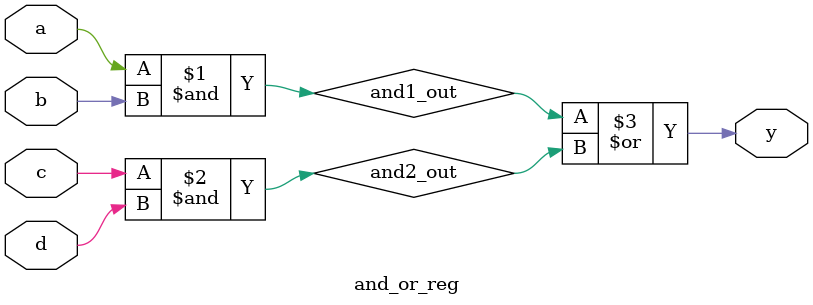
<source format=v>
module and_or_reg (
    input a,
    input b,
    input c,
    input d,
    output y
);

wire and1_out, and2_out;

// Combinational logic: (a AND b) OR (c AND d)
and and1 (and1_out, a, b);
and and2 (and2_out, c, d);
or  or1  (y, and1_out, and2_out);

endmodule

</source>
